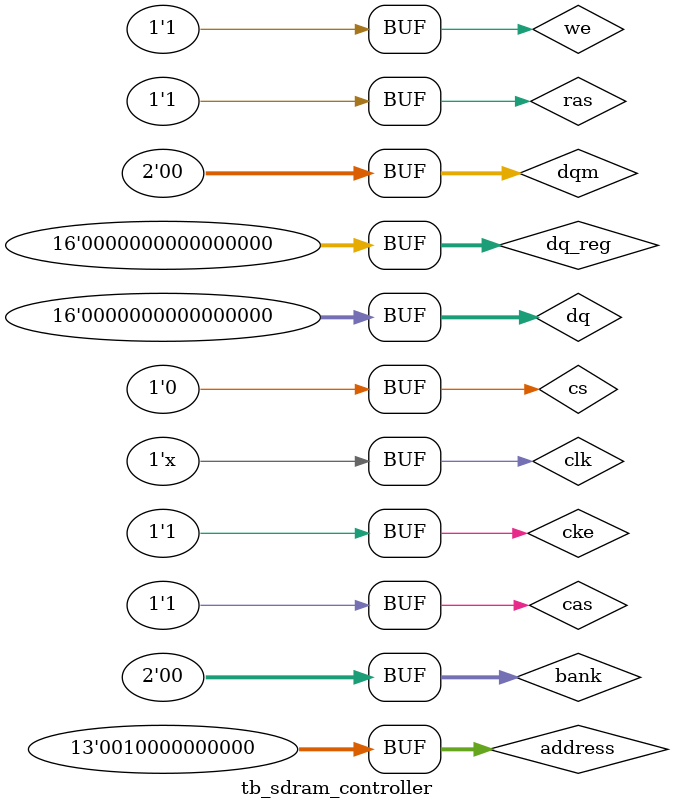
<source format=v>
`timescale 1ns / 1ps

//function void init();
//  	d <= 0;
//  	en <= 0;
//  	rstn <= 0;
//  endfunction

module tb_sdram_controller();
  
  // 1 Mhz <=> 1000 ns period
  // 100 Mhz <=> 10 ns period
  // Example: 10 ns == 10000 ps
  // Example: 1000 ns == 1000000 ps
  parameter CLK_PERIOD = 10; // 10 ns, 100 Mhz clock
  
  // Clock
  reg clk = 1;
  
  // Clock enable: CKE activates (HIGH) and deactivates (LOW) the CLK signal. Deactivating the
  // clock provides precharge power-down and SELF REFRESH operation (all banks idle), active
 	// power-down (row active in any bank), or CLOCK SUSPEND operation (burst/access in progress). 
  reg cke = 1;
  
  
  
  reg [1:0] bank;
  reg [12:0] address;
  
  reg [1:0] dqm;
  
  // Commands and DQM operation (page 31)
  reg cs;
  reg ras;
  reg cas;
  reg we;
  
  wire [15:0] dq;
  reg [15:0] dq_reg;
  assign dq = ({ cs, ras, cas, we } == 4'b0101) ? 16'bz : dq_reg;
  
  // DUT
  mt48lc16m16a2 sdram
//  #() 
  (
    .Dq(dq),        // [inout] data[15:0] (either read from or written to RAM)
    .Addr(address),   // [in] address 13 bit. During the ACTIVE command A[12:0] select the row
    .Ba(bank),        // During the ACTIVE command BA[1:0] select the bank; 
    .Clk(clk),        // clock
    .Cke(cke),        // ???
    .Cs_n(cs),        // command
    .Ras_n(ras),      // command
    .Cas_n(cas),      // command
    .We_n(we),        // command
    .Dqm(dqm)         // DQM input (see block diagram: page 8)
  );
  
  //initial begin 
  //  forever begin
  //    clk = 0;
  //    #1 clk = ~clk;
  //  end
  //end
  
  // clock generation process
  always #(CLK_PERIOD/2) clk = ~clk;
  
  initial begin
    
    //always @(posedge clock)
    //begin
    //end
    
    // The recommended power-up sequence for SDRAM:
    // 1. Simultaneously apply power to VDD and VDDQ.
    // 2. Assert and hold CKE at a LVTTL logic LOW since all inputs and outputs are LVTTLcompatible.
    
    #10 // after 10 ns = 1 clock tick
    cke = 1'b0;
    dqm = 2'b00;
    
    // 3. Provide stable CLOCK signal. Stable clock is defined as a signal cycling within timing constraints specified for the clock pin.
    // 4. Wait at least 100us prior to issuing any command other than a COMMAND INHIBIT or NOP.
    // 5. Starting at some point during this 100?s period, bring CKE HIGH. Continuing at
    //    least through the end of this period, 1 or more COMMAND INHIBIT or NOP commands must be applied.
    
  	 // NOP (for initialization)
  	 #50 // Wait for 50 time units (time unit == ns) = 5 clock ticks
  	 cke = 1'b0;
  	 { cs, ras, cas, we } = 4'b0111; // NOP command
  	 
  	 // 6. Perform a PRECHARGE ALL command.
    // 7. Wait at least t
    // RP time; during this time NOPs or DESELECT commands must be
    // given. All banks will complete their precharge, thereby placing the device in the all
    // banks idle state.
  	 
  	 // NOP
  	 // A10 LOW: BA0, BA1 determine the bank being precharged. 
  	 // A10 HIGH: all banks precharged and BA0, BA1 are "Don?t Care."
    #50000 // wait for 50 us == 50000ns
    { cs, ras, cas, we } = 4'b0111; // NOP command
    
    #10000 // wait for 10 us == 10000ns
    cke = 1'b1; // bring CKE high (apply the clock, CKE = Clock Enable)
    
    #50000 // wait another 50 us
    
    // PRECHARGE
  	 // A10 LOW: BA0, BA1 determine the bank being precharged. 
  	 // A10 HIGH: all banks precharged and BA0, BA1 are "Don't Care."
    #70 // 70 clock cycles 
    
    address[12:0] = 13'b0_0100_0000_0000;
    { cs, ras, cas, we } = 4'b0010; // PRECHARGE COMMAND
    
    #10
    { cs, ras, cas, we } = 4'b0111; // NOP
    
    // 8. Issue an AUTO REFRESH command.
    // 9. Wait at least tRFC time, during which only NOPs or COMMAND INHIBIT commands are allowed.

    // AUTO REFRESH
    // The AUTO REFRESH command should not be issued until the minimum 
    // tRP has been met after the PRECHARGE command, as shown in Bank/Row Activation (page 49).
    #7000 // 70 clock cycles
    { cs, ras, cas, we } = 4'b0001; // AUTO REFRESH COMMAND
    #10
    { cs, ras, cas, we } = 4'b0111; // NOP
    
    // 10. Issue an AUTO REFRESH command.
    // 11. Wait at least t RFC time, during which only NOPs or COMMAND INHIBIT commands are allowed.

    // AUTO REFRESH
    #7000 // 70 clock cycles
    { cs, ras, cas, we } = 4'b0001; // AUTO REFRESH COMMAND
    #10
    { cs, ras, cas, we } = 4'b0111; // NOP
    
    // 12. The SDRAM is now ready for mode register programming. 
    // Because the mode register will power up in an unknown state, it should 
    // be loaded with desired bit values prior to applying any operational command.
    //
    // Using the LMR command, program the mode register.
    // The mode register is programmed via the MODE REGISTER SET (aka. LOAD MODE REGISTER (LMR))
    // command with BA1 = 0, BA0 = 0 and retains the stored information until it is programmed 
    // again or the device loses power. 
    //
    // Not programming the mode register upon initialization will result in default settings 
    // which may not be desired. Outputs are guaranteed High-Z after the LMR command is issued. 
    // Outputs should be High-Z already before the LMR command is issued.
    // 
    // 13. Wait at least t
    // MRD time, during which only NOP or DESELECT commands are allowed.
    //
    // The mode registers must be loaded when all banks are idle, 
    // and the controller must wait t MRD before initiating the subsequent operation. 
    // Violating either of these requirements will result in unspecified operation.
    
    // MODE REGISTER PROGRAMMING (page 45)
    #700 // wait for 10 us == 10000ns
    bank[1:0] = 2'b00;
    address[12:0] = 13'b000_0_00_010_0_001;
    { cs, ras, cas, we } = 4'b0000; // LOAD MODE REGISTER (LMR) COMMAND (aka. MODE REGISTER SET)
    
    #10
    { cs, ras, cas, we } = 4'b0111; // NOP
    
    #700
    
    bank[1:0] = 2'b00;
    address[12:0] = 13'b0_0000_0000_0000;
    { cs, ras, cas, we } = 4'b0111; // NOP command
    
    // At this point the DRAM is ready for any valid command.
    
    
    //
    // Bank/Row Activation (page 49)
    //
    // Before any READ or WRITE commands can be issued to a bank within the SDRAM, a
    // row in that bank must be opened. This is accomplished via the ACTIVE command,
    // which selects both the bank and the row to be activated.
    //
    // After a row is opened with the ACTIVE command, a READ or WRITE command can be
    // issued to that row, subject to the t
    // RCD specification. t
    // RCD (MIN) should be divided by
    // the clock period and rounded up to the next whole number to determine the earliest
    // clock edge after the ACTIVE command on which a READ or WRITE command can be
    // entered. For example, a t
    // RCD specification of 20ns with a 125 MHz clock (8ns period)
    // results in 2.5 clocks, rounded to 3. This is reflected in Figure 21 (page 49), which covers
    // any case where 2 < t
    // RCD (MIN)/t
    // CK ? 3. (The same procedure is used to convert other
    // specification limits from time units to clock cycles.)
    //
    // A subsequent ACTIVE command to a different row [in the same bank] can only be issued
    // after the previous active row has been precharged. The minimum time interval between
    // successive ACTIVE commands to the same bank is defined by t
    // RC.
    // 
    // A subsequent ACTIVE command to [another bank] can be issued while the first bank is
    // being accessed, which results in a reduction of total row-access overhead. 
    // The minimum time interval between successive ACTIVE commands to different banks is defined
    // by t RRD.

    
    //
    // ACTIVE COMMAND (page 32)
    // 
    // The ACTIVE command is used to activate a row in a particular bank for a subsequent
    // access. The value on the BA0, BA1 inputs selects the bank, and the address provided
    // selects the row. This row remains active for accesses until a PRECHARGE command is 
    // issued to that bank. A PRECHARGE command must be issued before opening a different
    // row in the same bank.
    //
    
    #500
    
    // ACTIVE COMMAND
    
    
    // The value on the BA0, BA1 inputs selects the bank, and the address provided selects the row.
    bank[1:0] = 2'b00;
    address[12:0] = 13'b0_0000_0000_0000;
    
    
    { cs, ras, cas, we } = 4'b0011; // ACTIVE COMMAND command
    
    //
    // WRITE
    //
    
    #500
    
    
    
    // If a given DQM signal is registered
    // LOW, the corresponding data is written to memory; if the DQM signal is registered
    // HIGH, the corresponding data inputs are ignored and a WRITE is not executed to that
    // byte/column location.
    //dqm = 2'b11;
//    dqm = 2'b00;
    dq_reg = 16'b1111_1111_1111_1111;
    
    // The values on the BA0 and BA1 inputs select the bank;
    // the address provided selects the starting column location. 
    // The value on input A10 determines whether auto precharge is used.
    bank[1:0] = 2'b00;
    address[12:0] = 13'b0_0100_0000_0000; // with auto-precharge
    
    { cs, ras, cas, we } = 4'b0100; // WRITE COMMAND command (page 34)
    
    #10
    { cs, ras, cas, we } = 4'b0111; // NOP
    
    //
    // INSERT SOME TIME WHERE NOTHING HAPPENS
    //
    
    #500
    
    
//    dqm = 2'b00;
    dq_reg = 16'b00000000_00000000;    
    
    bank[1:0] = 2'b00;
    address[12:0] = 13'b0_0100_0000_0000;
    
    { cs, ras, cas, we } = 4'b0111; // NOP command
    
    
/*  */  
    #500
    
    // ACTIVE COMMAND
    // The value on the BA0, BA1 inputs selects the bank, and the address provided 
    // selects the row.
    bank[1:0] = 2'b00;
    address[12:0] = 13'b0_0000_0000_0000; // A10 == auto precharge
    { cs, ras, cas, we } = 4'b0011; // ACTIVE COMMAND command    
    
    #10
    { cs, ras, cas, we } = 4'b0111; // NOP

    //
    // READ
    //
    
    #50
    
    
    
    // The values on the BA0 and BA1 inputs select the bank; 
    // the address provided selects the starting column location.
    bank[1:0] = 2'b00;
    
    // A[0:i] provide column address (where i = the most significant column address for a given
    // device configuration). A10 HIGH enables the auto precharge feature (nonpersistent),
    // while A10 LOW disables the auto precharge feature. BA0 and BA1 determine which
    // bank is being read from or written to.
    //
    // The value on input A10 determines whether auto precharge is used. 
    // If auto precharge is selected, the row being accessed is precharged 
    // at the end of the READ burst;
    address[12:0] = 13'b0_0100_0000_0000; // with auto precharge
    
    // READ COMMAND    
    { cs, ras, cas, we } = 4'b0101; // READ COMMAND
//    dqm = 2'b00;
    
    // Read data appears on the DQ subject to the logic level on the DQM inputs 
    // two clocks earlier. 
    // 
    // If a given DQM signal was registered HIGH, the corresponding DQ will be HighZ 
    // two clocks later; 
    // if the DQM signal was registered LOW, the DQ will provide valid data
    
    #100
    { cs, ras, cas, we } = 4'b0111; // NOP
  
  end
  
endmodule
</source>
